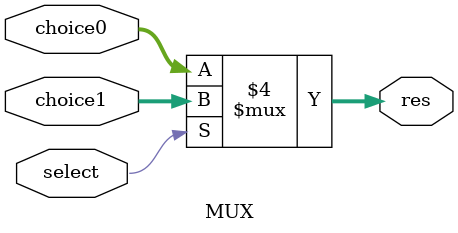
<source format=v>
module MUX(
    choice0, 
    choice1, 
    select, 
    res
);

input signed [31:0] choice0;
input signed [31:0] choice1;
input select;
output signed [31:0] res;

reg signed [31:0] res;

always @(*) begin
    if (select == 1'b0) begin
        res <= choice0;
    end
    else begin
        res <= choice1;
    end
end
endmodule
</source>
